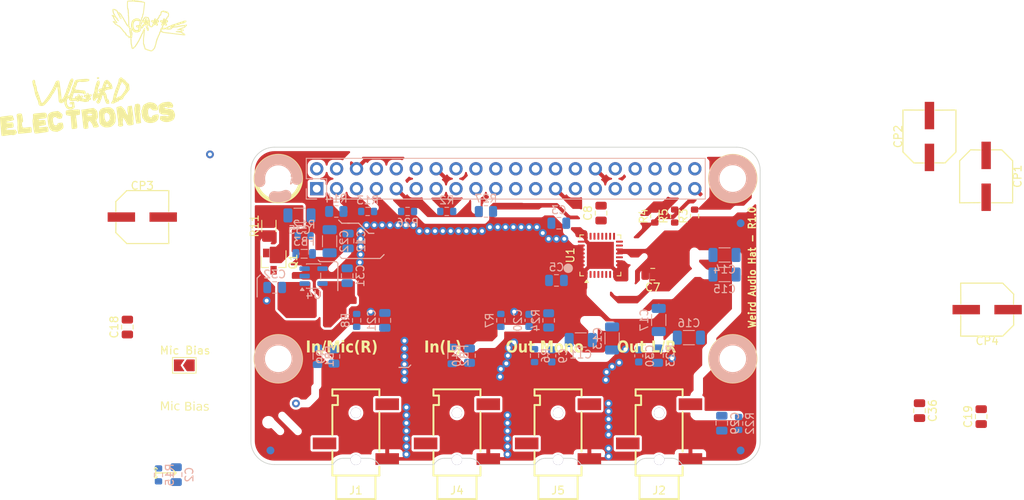
<source format=kicad_pcb>
(kicad_pcb (version 20241229) (generator "pcbnew") (generator_version "9.0")
  (layers (0 "F.Cu" power) (4 "In1.Cu" signal) (6 "In2.Cu" signal) (2 "B.Cu" signal) (13 "F.Paste" user) (15 "B.Paste" user) (5 "F.SilkS" user "F.Silkscreen") (7 "B.SilkS" user "B.Silkscreen") (1 "F.Mask" user) (3 "B.Mask" user) (25 "Edge.Cuts" user))
  (net 0 "")
  (net 1 "/I2S_CLK")
  (net 2 "/I2S_LRCLK")
  (net 3 "/I2S_ADC")
  (net 4 "/I2S_DAC")
  (net 5 "+3.3V")
  (net 6 "+3.3VA")
  (net 7 "Net-(U1-VMID)")
  (net 8 "+VREGIN")
  (net 9 "GND")
  (net 10 "/MICBIAS")
  (net 11 "+5V")
  (net 12 "/I2C_SDA")
  (net 13 "/I2C_SCL")
  (net 14 "/HP_R")
  (net 15 "/HP_L")
  (net 16 "/OUT_MONO")
  (net 17 "/LINE_INPUT_L")
  (net 18 "/LINE_INPUT_R")
  (net 19 "Net-(C22-Pad1)")
  (net 20 "Net-(Q1-B)")
  (net 21 "Net-(U4-SENSE{slash}ADJ)")
  (net 41 "/CLK")
  (net 42 "Net-(U1-BCLK)")
  (net 43 "Net-(U1-DACAT)")
  (net 44 "Net-(U1-ADCLRC{slash}GPIO1)")
  (net 45 "Net-(U1-ADCDAT)")
  (net 51 "Net-(J3-BCM4{slash}GPCLK0)")
  (net 55 "Net-(C18-Pad1)")
  (net 56 "Net-(C19-Pad1)")
  (net 57 "Net-(FB1-Pad2)")
  (net 58 "Net-(JP1-A)")
  (net 59 "Net-(FB2-Pad2)")
  (net 60 "Net-(JP1-B)")
  (net 61 "/P3V3_HAT")
  (net 62 "Net-(FB2-Pad1)")
  (net 65 "Net-(U1-DBVDD)")
  (net 66 "Net-(U1-SPKVDD1)")
  (net 67 "/OUT_MONO_AC")
  (net 68 "/HP_L_AC")
  (net 69 "/HP_R_AC")
  (footprint "Resistor_SMD:R_0603_1608Metric" (layer "F.Cu") (at 135.128 69.088 90)
    (property "Reference" "R3" (at 0 -1.43 90) (layer "F.SilkS"))
    (property "Value" "270")
    (pad "1" smd roundrect (at -0.825 0 90) (size 0.8 0.95) (layers "F.Cu" "F.Mask" "F.Paste") (net 43 "Net-(U1-DACAT)"))
    (pad "2" smd roundrect (at 0.825 0 90) (size 0.8 0.95) (layers "F.Cu" "F.Mask" "F.Paste") (net 4 "/I2S_DAC"))
  )
  (footprint "Resistor_SMD:R_0603_1608Metric" (layer "F.Cu") (at 130.048 69.088 90)
    (property "Reference" "R4" (at 0 -1.43 90) (layer "F.SilkS"))
    (property "Value" "270")
    (pad "1" smd roundrect (at -0.825 0 90) (size 0.8 0.95) (layers "F.Cu" "F.Mask" "F.Paste") (net 44 "Net-(U1-ADCLRC{slash}GPIO1)"))
    (pad "2" smd roundrect (at 0.825 0 90) (size 0.8 0.95) (layers "F.Cu" "F.Mask" "F.Paste") (net 2 "/I2S_LRCLK"))
  )
  (footprint "Resistor_SMD:R_0603_1608Metric" (layer "F.Cu") (at 132.588 69.088 90)
    (property "Reference" "R5" (at 0 -1.43 90) (layer "F.SilkS"))
    (property "Value" "270")
    (pad "1" smd roundrect (at -0.825 0 90) (size 0.8 0.95) (layers "F.Cu" "F.Mask" "F.Paste") (net 45 "Net-(U1-ADCDAT)"))
    (pad "2" smd roundrect (at 0.825 0 90) (size 0.8 0.95) (layers "F.Cu" "F.Mask" "F.Paste") (net 3 "/I2S_ADC"))
  )
  (footprint "Capacitor_SMD:C_0805_2012Metric" (layer "F.Cu") (at 129.7875 76.5 180)
    (property "Reference" "C7" (at 0 -1.68 180) (layer "F.SilkS"))
    (property "Value" "390p")
    (pad "1" smd roundrect (at -0.95 0 180) (size 1 1.45) (layers "F.Cu" "F.Mask" "F.Paste") (net 9 "GND"))
    (pad "2" smd roundrect (at 0.95 0 180) (size 1 1.45) (layers "F.Cu" "F.Mask" "F.Paste") (net 7 "Net-(U1-VMID)"))
  )
  (footprint "Package_DFN_QFN:QFN-32-1EP_5x5mm_P0.5mm_EP3.45x3.45mm" (layer "F.Cu") (at 123.1 74.1 90)
    (property "Reference" "U1" (at 0 -3.83 90) (layer "F.SilkS"))
    (property "Value" "WM8960")
    (pad "1" smd roundrect (at -2.4375 -1.75 90) (size 0.875 0.25) (layers "F.Cu" "F.Mask" "F.Paste") (net 10 "/MICBIAS"))
    (pad "2" smd roundrect (at -2.4375 -1.25 90) (size 0.875 0.25) (layers "F.Cu" "F.Mask" "F.Paste") (net 17 "/LINE_INPUT_L"))
    (pad "3" smd roundrect (at -2.4375 -0.75 90) (size 0.875 0.25) (layers "F.Cu" "F.Mask" "F.Paste"))
    (pad "4" smd roundrect (at -2.4375 -0.25 90) (size 0.875 0.25) (layers "F.Cu" "F.Mask" "F.Paste"))
    (pad "5" smd roundrect (at -2.4375 0.25 90) (size 0.875 0.25) (layers "F.Cu" "F.Mask" "F.Paste"))
    (pad "6" smd roundrect (at -2.4375 0.75 90) (size 0.875 0.25) (layers "F.Cu" "F.Mask" "F.Paste"))
    (pad "7" smd roundrect (at -2.4375 1.25 90) (size 0.875 0.25) (layers "F.Cu" "F.Mask" "F.Paste") (net 18 "/LINE_INPUT_R"))
    (pad "8" smd roundrect (at -2.4375 1.75 90) (size 0.875 0.25) (layers "F.Cu" "F.Mask" "F.Paste") (net 65 "Net-(U1-DBVDD)"))
    (pad "9" smd roundrect (at -1.75 2.4375 90) (size 0.25 0.875) (layers "F.Cu" "F.Mask" "F.Paste") (net 9 "GND"))
    (pad "10" smd roundrect (at -1.25 2.4375 90) (size 0.25 0.875) (layers "F.Cu" "F.Mask" "F.Paste") (net 65 "Net-(U1-DBVDD)"))
    (pad "11" smd roundrect (at -0.75 2.4375 90) (size 0.25 0.875) (layers "F.Cu" "F.Mask" "F.Paste") (net 41 "/CLK"))
    (pad "12" smd roundrect (at -0.25 2.4375 90) (size 0.25 0.875) (layers "F.Cu" "F.Mask" "F.Paste") (net 42 "Net-(U1-BCLK)"))
    (pad "13" smd roundrect (at 0.25 2.4375 90) (size 0.25 0.875) (layers "F.Cu" "F.Mask" "F.Paste") (net 44 "Net-(U1-ADCLRC{slash}GPIO1)"))
    (pad "14" smd roundrect (at 0.75 2.4375 90) (size 0.25 0.875) (layers "F.Cu" "F.Mask" "F.Paste") (net 43 "Net-(U1-DACAT)"))
    (pad "15" smd roundrect (at 1.25 2.4375 90) (size 0.25 0.875) (layers "F.Cu" "F.Mask" "F.Paste") (net 44 "Net-(U1-ADCLRC{slash}GPIO1)"))
    (pad "16" smd roundrect (at 1.75 2.4375 90) (size 0.25 0.875) (layers "F.Cu" "F.Mask" "F.Paste") (net 45 "Net-(U1-ADCDAT)"))
    (pad "17" smd roundrect (at 2.4375 1.75 90) (size 0.875 0.25) (layers "F.Cu" "F.Mask" "F.Paste") (net 13 "/I2C_SCL"))
    (pad "18" smd roundrect (at 2.4375 1.25 90) (size 0.875 0.25) (layers "F.Cu" "F.Mask" "F.Paste") (net 12 "/I2C_SDA"))
    (pad "19" smd roundrect (at 2.4375 0.75 90) (size 0.875 0.25) (layers "F.Cu" "F.Mask" "F.Paste"))
    (pad "20" smd roundrect (at 2.4375 0.25 90) (size 0.875 0.25) (layers "F.Cu" "F.Mask" "F.Paste") (net 9 "GND"))
    (pad "21" smd roundrect (at 2.4375 -0.25 90) (size 0.875 0.25) (layers "F.Cu" "F.Mask" "F.Paste") (net 66 "Net-(U1-SPKVDD1)"))
    (pad "22" smd roundrect (at 2.4375 -0.75 90) (size 0.875 0.25) (layers "F.Cu" "F.Mask" "F.Paste"))
    (pad "23" smd roundrect (at 2.4375 -1.25 90) (size 0.875 0.25) (layers "F.Cu" "F.Mask" "F.Paste"))
    (pad "24" smd roundrect (at 2.4375 -1.75 90) (size 0.875 0.25) (layers "F.Cu" "F.Mask" "F.Paste") (net 9 "GND"))
    (pad "25" smd roundrect (at 1.75 -2.4375 90) (size 0.25 0.875) (layers "F.Cu" "F.Mask" "F.Paste"))
    (pad "26" smd roundrect (at 1.25 -2.4375 90) (size 0.25 0.875) (layers "F.Cu" "F.Mask" "F.Paste") (net 66 "Net-(U1-SPKVDD1)"))
    (pad "27" smd roundrect (at 0.75 -2.4375 90) (size 0.25 0.875) (layers "F.Cu" "F.Mask" "F.Paste") (net 7 "Net-(U1-VMID)"))
    (pad "28" smd roundrect (at 0.25 -2.4375 90) (size 0.25 0.875) (layers "F.Cu" "F.Mask" "F.Paste") (net 9 "GND"))
    (pad "29" smd roundrect (at -0.25 -2.4375 90) (size 0.25 0.875) (layers "F.Cu" "F.Mask" "F.Paste") (net 15 "/HP_L"))
    (pad "30" smd roundrect (at -0.75 -2.4375 90) (size 0.25 0.875) (layers "F.Cu" "F.Mask" "F.Paste") (net 16 "/OUT_MONO"))
    (pad "31" smd roundrect (at -1.25 -2.4375 90) (size 0.25 0.875) (layers "F.Cu" "F.Mask" "F.Paste") (net 14 "/HP_R"))
    (pad "32" smd roundrect (at -1.75 -2.4375 90) (size 0.25 0.875) (layers "F.Cu" "F.Mask" "F.Paste") (net 6 "+3.3VA"))
    (pad "33" smd rect (at 0 0 90) (size 3.45 3.45) (property pad_prop_heatsink) (layers "F.Cu" "F.Mask") (net 9 "GND"))
  )
  (footprint "Capacitor_SMD:C_0805_2012Metric" (layer "F.Cu") (at 123.19 68.707 90)
    (property "Reference" "C8" (at 0 -1.68 90) (layer "F.SilkS"))
    (property "Value" "4.7u")
    (pad "1" smd roundrect (at -0.95 0 90) (size 1 1.45) (layers "F.Cu" "F.Mask" "F.Paste") (net 66 "Net-(U1-SPKVDD1)"))
    (pad "2" smd roundrect (at 0.95 0 90) (size 1 1.45) (layers "F.Cu" "F.Mask" "F.Paste") (net 9 "GND"))
  )
  (footprint "libs:AUDIO-SMD_PJ-320B" (layer "F.Cu") (at 130.6 96.6 180)
    (property "Reference" "J2" (at 0 -7.5 180) (layer "F.SilkS"))
    (property "Value" "AudioJack3")
    (pad "" thru_hole circle (at 0 -3.6 180) (size 1.3 1.3) (drill 1.3) (layers "*.Cu" "*.Mask"))
    (pad "" thru_hole circle (at 0 2.4 180) (size 1.3 1.3) (drill 1.3) (layers "*.Cu" "*.Mask"))
    (pad "R" smd rect (at 4 -1.5 180) (size 3 1.5) (layers "F.Cu" "F.Mask" "F.Paste") (net 67 "/OUT_MONO_AC"))
    (pad "S" smd rect (at -4 -3.5 180) (size 3 1.5) (layers "F.Cu" "F.Mask" "F.Paste") (net 9 "GND"))
    (pad "T" smd rect (at -4 3.5 180) (size 3 1.5) (layers "F.Cu" "F.Mask" "F.Paste") (net 67 "/OUT_MONO_AC"))
  )
  (footprint "libs:AUDIO-SMD_PJ-320B" (layer "F.Cu") (at 91.9 96.6 180)
    (property "Reference" "J1" (at 0 -7.5 180) (layer "F.SilkS"))
    (property "Value" "AudioJack3")
    (pad "" thru_hole circle (at 0 -3.6 180) (size 1.3 1.3) (drill 1.3) (layers "*.Cu" "*.Mask"))
    (pad "" thru_hole circle (at 0 2.4 180) (size 1.3 1.3) (drill 1.3) (layers "*.Cu" "*.Mask"))
    (pad "R" smd rect (at 4 -1.5 180) (size 3 1.5) (layers "F.Cu" "F.Mask" "F.Paste") (net 58 "Net-(JP1-A)"))
    (pad "S" smd rect (at -4 -3.5 180) (size 3 1.5) (layers "F.Cu" "F.Mask" "F.Paste") (net 9 "GND"))
    (pad "T" smd rect (at -4 3.5 180) (size 3 1.5) (layers "F.Cu" "F.Mask" "F.Paste") (net 58 "Net-(JP1-A)"))
  )
  (footprint "Resistor_SMD:R_1206_3216Metric" (layer "F.Cu") (at 80.8 70.35 90)
    (property "Reference" "R11" (at 0 -1.83 90) (layer "F.SilkS"))
    (property "Value" "10 1206")
    (pad "1" smd roundrect (at -1.4625 0 90) (size 1.125 1.75) (layers "F.Cu" "F.Mask" "F.Paste") (roundrect_rratio 0.222222) (net 8 "+VREGIN"))
    (pad "2" smd roundrect (at 1.4625 0 90) (size 1.125 1.75) (layers "F.Cu" "F.Mask" "F.Paste") (roundrect_rratio 0.222222) (net 11 "+5V"))
  )
  (footprint "ArduinoModules:MountingHole_3.2mm_M3_Keepout" (layer "F.Cu") (at 82 87.3)
    (property "Reference" "H5" (hide yes))
    (property "Value" "3mm_Mounting_Hole" (hide yes))
    (pad "" np_thru_hole circle (at 0 0) (size 3.2 3.2) (drill 3.2) (layers "*.Cu" "*.Mask") (clearance 1.1))
  )
  (footprint "project_footprints:weird_logo_3" (layer "F.Cu") (at 65.532 44.831)
    (property "Reference" "G***" (at 0 0 0) (layer "F.SilkS") (effects (font (size 1.5 1.5) (thickness 0.3))))
    (property "Value" "LOGO" (hide yes))
  )
  (footprint "ArduinoModules:MountingHole_3.2mm_M3_Keepout" (layer "F.Cu") (at 82 64.3)
    (property "Reference" "H1" (hide yes))
    (property "Value" "3mm_Mounting_Hole" (hide yes))
    (pad "" np_thru_hole circle (at 0 0) (size 3.2 3.2) (drill 3.2) (layers "*.Cu" "*.Mask") (clearance 1.1))
  )
  (footprint "ArduinoModules:SolderJumper-2_P1.3mm_Open_TrianglePad1.0x1.5mm" (layer "F.Cu") (at 70.104 88.138 180)
    (property "Reference" "JP1")
    (property "Value" "Mic Bias" (at 0 1.9 180) (layer "F.SilkS"))
    (pad "1" smd custom (at -0.925 0 180) (size 0.3 0.3) (layers "F.Cu" "F.Mask") (net 58 "Net-(JP1-A)") (clearance 0.24) (options (clearance outline) (anchor rect)) (primitives (gr_poly (pts (xy -0.3 -0.75) (xy 0.7 -0.75) (xy 1.2 0) (xy 0.7 0.75) (xy -0.3 0.75)) (width 0) (fill yes))))
    (pad "2" smd custom (at 1.225 0 180) (size 0.3 0.3) (layers "F.Cu" "F.Mask") (net 60 "Net-(JP1-B)") (clearance 0.24) (options (clearance outline) (anchor rect)) (primitives (gr_poly (pts (xy -1.15 -0.75) (xy 0.2 -0.75) (xy 0.2 0.75) (xy -1.15 0.75) (xy -0.65 0)) (width 0) (fill yes))))
  )
  (footprint "libs:CAP-SMD_BD6.3-L6.6-W6.6-FD" (layer "F.Cu") (at 172.466 81.026 180)
    (property "Reference" "CP4" (at 0 -4 180) (layer "F.SilkS"))
    (property "Value" "220uF 16V")
    (pad "1" smd rect (at -2.67 0 180) (size 3.5 1.2) (layers "F.Cu" "F.Mask" "F.Paste") (net 16 "/OUT_MONO"))
    (pad "2" smd rect (at 2.67 0 180) (size 3.5 1.2) (layers "F.Cu" "F.Mask" "F.Paste") (net 67 "/OUT_MONO_AC"))
  )
  (footprint "libs:AUDIO-SMD_PJ-320B" (layer "F.Cu") (at 117.7 96.6 180)
    (property "Reference" "J5" (at 0 -7.5 180) (layer "F.SilkS"))
    (property "Value" "AudioJack3")
    (pad "" thru_hole circle (at 0 -3.6 180) (size 1.3 1.3) (drill 1.3) (layers "*.Cu" "*.Mask"))
    (pad "" thru_hole circle (at 0 2.4 180) (size 1.3 1.3) (drill 1.3) (layers "*.Cu" "*.Mask"))
    (pad "R" smd rect (at 4 -1.5 180) (size 3 1.5) (layers "F.Cu" "F.Mask" "F.Paste") (net 62 "Net-(FB2-Pad1)"))
    (pad "S" smd rect (at -4 -3.5 180) (size 3 1.5) (layers "F.Cu" "F.Mask" "F.Paste") (net 9 "GND"))
    (pad "T" smd rect (at -4 3.5 180) (size 3 1.5) (layers "F.Cu" "F.Mask" "F.Paste") (net 62 "Net-(FB2-Pad1)"))
  )
  (footprint "Capacitor_SMD:C_0805_2012Metric" (layer "F.Cu") (at 171.704 94.681 90)
    (property "Reference" "C19" (at 0 -1.68 90) (layer "F.SilkS"))
    (property "Value" "1uF X7R")
    (pad "1" smd roundrect (at -0.95 0 90) (size 1 1.45) (layers "F.Cu" "F.Mask" "F.Paste") (net 56 "Net-(C19-Pad1)"))
    (pad "2" smd roundrect (at 0.95 0 90) (size 1 1.45) (layers "F.Cu" "F.Mask" "F.Paste") (net 17 "/LINE_INPUT_L"))
  )
  (footprint "libs:CAP-SMD_BD6.3-L6.6-W6.6-FD" (layer "F.Cu") (at 165.1 58.931 90)
    (property "Reference" "CP2" (at 0 -4 90) (layer "F.SilkS"))
    (property "Value" "220uF 16V")
    (pad "1" smd rect (at -2.67 0 90) (size 3.5 1.2) (layers "F.Cu" "F.Mask" "F.Paste") (net 15 "/HP_L"))
    (pad "2" smd rect (at 2.67 0 90) (size 3.5 1.2) (layers "F.Cu" "F.Mask" "F.Paste") (net 68 "/HP_L_AC"))
  )
  (footprint "Capacitor_SMD:C_0805_2012Metric" (layer "F.Cu") (at 163.83 93.919 -90)
    (property "Reference" "C36" (at 0 -1.68 270) (layer "F.SilkS"))
    (property "Value" "1uF X7R")
    (pad "1" smd roundrect (at -0.95 0 270) (size 1 1.45) (layers "F.Cu" "F.Mask" "F.Paste") (net 7 "Net-(U1-VMID)"))
    (pad "2" smd roundrect (at 0.95 0 270) (size 1 1.45) (layers "F.Cu" "F.Mask" "F.Paste") (net 9 "GND"))
  )
  (footprint "libs:CAP-SMD_BD6.3-L6.6-W6.6-FD" (layer "F.Cu") (at 172.335 64.015 -90)
    (property "Reference" "CP1" (at 0 -4 270) (layer "F.SilkS"))
    (property "Value" "220uF 16V")
    (pad "1" smd rect (at -2.67 0 270) (size 3.5 1.2) (layers "F.Cu" "F.Mask" "F.Paste") (net 14 "/HP_R"))
    (pad "2" smd rect (at 2.67 0 270) (size 3.5 1.2) (layers "F.Cu" "F.Mask" "F.Paste") (net 69 "/HP_R_AC"))
  )
  (footprint "ArduinoModules:MountingHole_3.2mm_M3_Keepout" (layer "F.Cu") (at 140 87.3)
    (property "Reference" "H6" (hide yes))
    (property "Value" "3mm_Mounting_Hole" (hide yes))
    (pad "" np_thru_hole circle (at 0 0) (size 3.2 3.2) (drill 3.2) (layers "*.Cu" "*.Mask") (clearance 1.1))
  )
  (footprint "ArduinoModules:MountingHole_3.2mm_M3_Keepout" (layer "F.Cu") (at 140 64.3)
    (property "Reference" "H2" (hide yes))
    (property "Value" "3mm_Mounting_Hole" (hide yes))
    (pad "" np_thru_hole circle (at 0 0) (size 3.2 3.2) (drill 3.2) (layers "*.Cu" "*.Mask") (clearance 1.1))
  )
  (footprint "Capacitor_SMD:C_0805_2012Metric" (layer "F.Cu") (at 62.738 83.251 90)
    (property "Reference" "C18" (at 0 -1.68 90) (layer "F.SilkS"))
    (property "Value" "1uF X7R")
    (pad "1" smd roundrect (at -0.95 0 90) (size 1 1.45) (layers "F.Cu" "F.Mask" "F.Paste") (net 55 "Net-(C18-Pad1)"))
    (pad "2" smd roundrect (at 0.95 0 90) (size 1 1.45) (layers "F.Cu" "F.Mask" "F.Paste") (net 18 "/LINE_INPUT_R"))
  )
  (footprint "libs:AUDIO-SMD_PJ-320B" (layer "F.Cu") (at 104.8 96.6 180)
    (property "Reference" "J4" (at 0 -7.5 180) (layer "F.SilkS"))
    (property "Value" "AudioJack3")
    (pad "" thru_hole circle (at 0 -3.6 180) (size 1.3 1.3) (drill 1.3) (layers "*.Cu" "*.Mask"))
    (pad "" thru_hole circle (at 0 2.4 180) (size 1.3 1.3) (drill 1.3) (layers "*.Cu" "*.Mask"))
    (pad "R" smd rect (at 4 -1.5 180) (size 3 1.5) (layers "F.Cu" "F.Mask" "F.Paste") (net 69 "/HP_R_AC"))
    (pad "S" smd rect (at -4 -3.5 180) (size 3 1.5) (layers "F.Cu" "F.Mask" "F.Paste") (net 9 "GND"))
    (pad "T" smd rect (at -4 3.5 180) (size 3 1.5) (layers "F.Cu" "F.Mask" "F.Paste") (net 68 "/HP_L_AC"))
  )
  (footprint "libs:CAP-SMD_BD6.3-L6.6-W6.6-FD" (layer "F.Cu") (at 64.643 69.215)
    (property "Reference" "CP3" (at 0 -4 0) (layer "F.SilkS"))
    (property "Value" "220uF 16V")
    (pad "1" smd rect (at -2.67 0) (size 3.5 1.2) (layers "F.Cu" "F.Mask" "F.Paste") (net 8 "+VREGIN"))
    (pad "2" smd rect (at 2.67 0) (size 3.5 1.2) (layers "F.Cu" "F.Mask" "F.Paste") (net 9 "GND"))
  )
  (footprint "ArduinoModules:SOT-23_Mefores_Pads" (layer "F.Cu") (at 81.4 74.9 -90)
    (property "Reference" "Q1" (at 0 -2.5 270) (layer "F.SilkS"))
    (property "Value" "BC817")
    (pad "1" smd rect (at -1.1 -0.95 270) (size 1.1 0.8) (layers "F.Cu" "F.Mask" "F.Paste") (net 20 "Net-(Q1-B)"))
    (pad "2" smd rect (at -1.1 0.95 270) (size 1.1 0.8) (layers "F.Cu" "F.Mask" "F.Paste") (net 8 "+VREGIN"))
    (pad "3" smd rect (at 1.1 0 270) (size 1.1 0.8) (layers "F.Cu" "F.Mask" "F.Paste") (net 11 "+5V"))
  )
  (footprint "project_footprints:weirdText2" (layer "F.Cu") (at 57.029187 54.434994 8)
    (property "Reference" "G***" (at 0 0 8) (layer "F.SilkS") (effects (font (size 1.5 1.5) (thickness 0.3))))
    (property "Value" "LOGO" (hide yes))
  )
  (footprint "Connector_PinSocket_2.54mm:PinSocket_2x20_P2.54mm_Vertical" (layer "B.Cu") (at 86.9 65.59 -90)
    (property "Reference" "J3" (at -1.27 2.77 90) (layer "B.SilkS") (effects (justify mirror)))
    (property "Value" "2x20 Pins")
    (pad "1" thru_hole rect (at 0 0 270) (size 1.7 1.7) (drill 1) (layers "*.Cu" "*.Mask") (net 61 "/P3V3_HAT"))
    (pad "2" thru_hole circle (at -2.54 0 270) (size 1.7 1.7) (drill 1) (layers "*.Cu" "*.Mask") (net 11 "+5V"))
    (pad "3" thru_hole circle (at 0 -2.54 270) (size 1.7 1.7) (drill 1) (layers "*.Cu" "*.Mask") (net 12 "/I2C_SDA"))
    (pad "4" thru_hole circle (at -2.54 -2.54 270) (size 1.7 1.7) (drill 1) (layers "*.Cu" "*.Mask") (net 11 "+5V"))
    (pad "5" thru_hole circle (at 0 -5.08 270) (size 1.7 1.7) (drill 1) (layers "*.Cu" "*.Mask") (net 13 "/I2C_SCL"))
    (pad "6" thru_hole circle (at -2.54 -5.08 270) (size 1.7 1.7) (drill 1) (layers "*.Cu" "*.Mask") (net 9 "GND"))
    (pad "7" thru_hole circle (at 0 -7.62 270) (size 1.7 1.7) (drill 1) (layers "*.Cu" "*.Mask") (net 51 "Net-(J3-BCM4{slash}GPCLK0)"))
    (pad "8" thru_hole circle (at -2.54 -7.62 270) (size 1.7 1.7) (drill 1) (layers "*.Cu" "*.Mask"))
    (pad "9" thru_hole circle (at 0 -10.16 270) (size 1.7 1.7) (drill 1) (layers "*.Cu" "*.Mask") (net 9 "GND"))
    (pad "10" thru_hole circle (at -2.54 -10.16 270) (size 1.7 1.7) (drill 1) (layers "*.Cu" "*.Mask"))
    (pad "11" thru_hole circle (at 0 -12.7 270) (size 1.7 1.7) (drill 1) (layers "*.Cu" "*.Mask"))
    (pad "12" thru_hole circle (at -2.54 -12.7 270) (size 1.7 1.7) (drill 1) (layers "*.Cu" "*.Mask") (net 1 "/I2S_CLK"))
    (pad "13" thru_hole circle (at 0 -15.24 270) (size 1.7 1.7) (drill 1) (layers "*.Cu" "*.Mask"))
    (pad "14" thru_hole circle (at -2.54 -15.24 270) (size 1.7 1.7) (drill 1) (layers "*.Cu" "*.Mask") (net 9 "GND"))
    (pad "15" thru_hole circle (at 0 -17.78 270) (size 1.7 1.7) (drill 1) (layers "*.Cu" "*.Mask"))
    (pad "16" thru_hole circle (at -2.54 -17.78 270) (size 1.7 1.7) (drill 1) (layers "*.Cu" "*.Mask"))
    (pad "17" thru_hole circle (at 0 -20.32 270) (size 1.7 1.7) (drill 1) (layers "*.Cu" "*.Mask") (net 5 "+3.3V"))
    (pad "18" thru_hole circle (at -2.54 -20.32 270) (size 1.7 1.7) (drill 1) (layers "*.Cu" "*.Mask"))
    (pad "19" thru_hole circle (at 0 -22.86 270) (size 1.7 1.7) (drill 1) (layers "*.Cu" "*.Mask"))
    (pad "20" thru_hole circle (at -2.54 -22.86 270) (size 1.7 1.7) (drill 1) (layers "*.Cu" "*.Mask") (net 9 "GND"))
    (pad "21" thru_hole circle (at 0 -25.4 270) (size 1.7 1.7) (drill 1) (layers "*.Cu" "*.Mask"))
    (pad "22" thru_hole circle (at -2.54 -25.4 270) (size 1.7 1.7) (drill 1) (layers "*.Cu" "*.Mask"))
    (pad "23" thru_hole circle (at 0 -27.94 270) (size 1.7 1.7) (drill 1) (layers "*.Cu" "*.Mask"))
    (pad "24" thru_hole circle (at -2.54 -27.94 270) (size 1.7 1.7) (drill 1) (layers "*.Cu" "*.Mask"))
    (pad "25" thru_hole circle (at 0 -30.48 270) (size 1.7 1.7) (drill 1) (layers "*.Cu" "*.Mask") (net 9 "GND"))
    (pad "26" thru_hole circle (at -2.54 -30.48 270) (size 1.7 1.7) (drill 1) (layers "*.Cu" "*.Mask"))
    (pad "27" thru_hole circle (at 0 -33.02 270) (size 1.7 1.7) (drill 1) (layers "*.Cu" "*.Mask"))
    (pad "28" thru_hole circle (at -2.54 -33.02 270) (size 1.7 1.7) (drill 1) (layers "*.Cu" "*.Mask"))
    (pad "29" thru_hole circle (at 0 -35.56 270) (size 1.7 1.7) (drill 1) (layers "*.Cu" "*.Mask"))
    (pad "30" thru_hole circle (at -2.54 -35.56 270) (size 1.7 1.7) (drill 1) (layers "*.Cu" "*.Mask") (net 9 "GND"))
    (pad "31" thru_hole circle (at 0 -38.1 270) (size 1.7 1.7) (drill 1) (layers "*.Cu" "*.Mask"))
    (pad "32" thru_hole circle (at -2.54 -38.1 270) (size 1.7 1.7) (drill 1) (layers "*.Cu" "*.Mask"))
    (pad "33" thru_hole circle (at 0 -40.64 270) (size 1.7 1.7) (drill 1) (layers "*.Cu" "*.Mask"))
    (pad "34" thru_hole circle (at -2.54 -40.64 270) (size 1.7 1.7) (drill 1) (layers "*.Cu" "*.Mask") (net 9 "GND"))
    (pad "35" thru_hole circle (at 0 -43.18 270) (size 1.7 1.7) (drill 1) (layers "*.Cu" "*.Mask") (net 2 "/I2S_LRCLK"))
    (pad "36" thru_hole circle (at -2.54 -43.18 270) (size 1.7 1.7) (drill 1) (layers "*.Cu" "*.Mask"))
    (pad "37" thru_hole circle (at 0 -45.72 270) (size 1.7 1.7) (drill 1) (layers "*.Cu" "*.Mask"))
    (pad "38" thru_hole circle (at -2.54 -45.72 270) (size 1.7 1.7) (drill 1) (layers "*.Cu" "*.Mask") (net 3 "/I2S_ADC"))
    (pad "39" thru_hole circle (at 0 -48.26 270) (size 1.7 1.7) (drill 1) (layers "*.Cu" "*.Mask") (net 9 "GND"))
    (pad "40" thru_hole circle (at -2.54 -48.26 270) (size 1.7 1.7) (drill 1) (layers "*.Cu" "*.Mask") (net 4 "/I2S_DAC"))
  )
  (footprint "Resistor_SMD:R_0603_1608Metric" (layer "B.Cu") (at 103.5 68.5 180)
    (property "Reference" "R2" (at 0 1.43 0) (layer "B.SilkS") (effects (justify mirror)))
    (property "Value" "270")
    (pad "1" smd roundrect (at -0.825 0 180) (size 0.8 0.95) (layers "B.Cu" "B.Mask" "B.Paste") (net 42 "Net-(U1-BCLK)"))
    (pad "2" smd roundrect (at 0.825 0 180) (size 0.8 0.95) (layers "B.Cu" "B.Mask" "B.Paste") (net 1 "/I2S_CLK"))
  )
  (footprint "Capacitor_SMD:C_0805_2012Metric" (layer "B.Cu") (at 68.961 102.0865 90)
    (property "Reference" "C2" (at 0 1.68 270) (layer "B.SilkS") (effects (justify mirror)))
    (property "Value" "4.7u")
    (pad "1" smd roundrect (at -0.95 0 90) (size 1 1.45) (layers "B.Cu" "B.Mask" "B.Paste") (net 10 "/MICBIAS"))
    (pad "2" smd roundrect (at 0.95 0 90) (size 1 1.45) (layers "B.Cu" "B.Mask" "B.Paste") (net 9 "GND"))
  )
  (footprint "Capacitor_SMD:C_0805_2012Metric" (layer "B.Cu") (at 117.8 70 180)
    (property "Reference" "C3" (at 0 1.68 0) (layer "B.SilkS") (effects (justify mirror)))
    (property "Value" "100n")
    (pad "1" smd roundrect (at -0.95 0 180) (size 1 1.45) (layers "B.Cu" "B.Mask" "B.Paste") (net 65 "Net-(U1-DBVDD)"))
    (pad "2" smd roundrect (at 0.95 0 180) (size 1 1.45) (layers "B.Cu" "B.Mask" "B.Paste") (net 9 "GND"))
  )
  (footprint "Capacitor_SMD:C_0805_2012Metric" (layer "B.Cu") (at 117.5 77.3 180)
    (property "Reference" "C5" (at 0 1.68 0) (layer "B.SilkS") (effects (justify mirror)))
    (property "Value" "100n")
    (pad "1" smd roundrect (at -0.95 0 180) (size 1 1.45) (layers "B.Cu" "B.Mask" "B.Paste") (net 6 "+3.3VA"))
    (pad "2" smd roundrect (at 0.95 0 180) (size 1 1.45) (layers "B.Cu" "B.Mask" "B.Paste") (net 9 "GND"))
  )
  (footprint "Capacitor_SMD:C_0805_2012Metric" (layer "B.Cu") (at 90.9 72.2625 90)
    (property "Reference" "C12" (at 0 1.68 270) (layer "B.SilkS") (effects (justify mirror)))
    (property "Value" "22n")
    (pad "1" smd roundrect (at -0.95 0 90) (size 1 1.45) (layers "B.Cu" "B.Mask" "B.Paste") (net 21 "Net-(U4-SENSE{slash}ADJ)"))
    (pad "2" smd roundrect (at 0.95 0 90) (size 1 1.45) (layers "B.Cu" "B.Mask" "B.Paste") (net 9 "GND"))
  )
  (footprint "Capacitor_SMD:C_0805_2012Metric" (layer "B.Cu") (at 81.5375 78.2 180)
    (property "Reference" "C32" (at 0 1.68 0) (layer "B.SilkS") (effects (justify mirror)))
    (property "Value" "4.7u")
    (pad "1" smd roundrect (at -0.95 0 180) (size 1 1.45) (layers "B.Cu" "B.Mask" "B.Paste") (net 8 "+VREGIN"))
    (pad "2" smd roundrect (at 0.95 0 180) (size 1 1.45) (layers "B.Cu" "B.Mask" "B.Paste") (net 9 "GND"))
  )
  (footprint "Capacitor_SMD:C_1206_3216Metric" (layer "B.Cu") (at 124.6 84.7 -90)
    (property "Reference" "C13" (at 0 1.85 90) (layer "B.SilkS") (effects (justify mirror)))
    (property "Value" "47uF 35V 1206")
    (pad "1" smd roundrect (at -1.475 0 270) (size 1.15 1.8) (layers "B.Cu" "B.Mask" "B.Paste") (roundrect_rratio 0.217391) (net 16 "/OUT_MONO"))
    (pad "2" smd roundrect (at 1.475 0 270) (size 1.15 1.8) (layers "B.Cu" "B.Mask" "B.Paste") (roundrect_rratio 0.217391) (net 67 "/OUT_MONO_AC"))
  )
  (footprint "Capacitor_SMD:C_0805_2012Metric" (layer "B.Cu") (at 90.79 76.7 90)
    (property "Reference" "C31" (at 0 1.68 270) (layer "B.SilkS") (effects (justify mirror)))
    (property "Value" "4.7u")
    (pad "1" smd roundrect (at -0.95 0 90) (size 1 1.45) (layers "B.Cu" "B.Mask" "B.Paste") (net 6 "+3.3VA"))
    (pad "2" smd roundrect (at 0.95 0 90) (size 1 1.45) (layers "B.Cu" "B.Mask" "B.Paste") (net 9 "GND"))
  )
  (footprint "Resistor_SMD:R_0805_2012Metric" (layer "B.Cu") (at 116.5 82.4 -90)
    (property "Reference" "R24" (at 0 1.65 90) (layer "B.SilkS") (effects (justify mirror)))
    (property "Value" "100R")
    (pad "1" smd roundrect (at -0.9125 0 270) (size 1.025 1.4) (layers "B.Cu" "B.Mask" "B.Paste") (roundrect_rratio 0.243902) (net 6 "+3.3VA"))
    (pad "2" smd roundrect (at 0.9125 0 270) (size 1.025 1.4) (layers "B.Cu" "B.Mask" "B.Paste") (roundrect_rratio 0.243902) (net 66 "Net-(U1-SPKVDD1)"))
  )
  (footprint "Inductor_SMD:L_0805_2012Metric" (layer "B.Cu") (at 87 86.975 90)
    (property "Reference" "FB1" (at 0 1.55 270) (layer "B.SilkS") (effects (justify mirror)))
    (property "Value" "220-1k")
    (pad "1" smd roundrect (at -1.0625 0 90) (size 0.875 1.2) (layers "B.Cu" "B.Mask" "B.Paste") (net 58 "Net-(JP1-A)"))
    (pad "2" smd roundrect (at 1.0625 0 90) (size 0.875 1.2) (layers "B.Cu" "B.Mask" "B.Paste") (net 57 "Net-(FB1-Pad2)"))
  )
  (footprint "Capacitor_SMD:C_1206_3216Metric" (layer "B.Cu") (at 84.7 69)
    (property "Reference" "C35" (at 0 1.85 180) (layer "B.SilkS") (effects (justify mirror)))
    (property "Value" "10-47u 1206 >10V")
    (pad "1" smd roundrect (at -1.475 0) (size 1.15 1.8) (layers "B.Cu" "B.Mask" "B.Paste") (roundrect_rratio 0.217391) (net 11 "+5V"))
    (pad "2" smd roundrect (at 1.475 0) (size 1.15 1.8) (layers "B.Cu" "B.Mask" "B.Paste") (roundrect_rratio 0.217391) (net 9 "GND"))
  )
  (footprint "Capacitor_SMD:C_0805_2012Metric" (layer "B.Cu") (at 138.6 95.52 90)
    (property "Reference" "C29" (at 0 1.68 270) (layer "B.SilkS") (effects (justify mirror)))
    (property "Value" "390p")
    (pad "1" smd roundrect (at -0.95 0 90) (size 1 1.45) (layers "B.Cu" "B.Mask" "B.Paste") (net 9 "GND"))
    (pad "2" smd roundrect (at 0.95 0 90) (size 1 1.45) (layers "B.Cu" "B.Mask" "B.Paste") (net 68 "/HP_L_AC"))
  )
  (footprint "ArduinoModules:Fiducial_1mm_Mask2mm" (layer "B.Cu") (at 141 70 180)
    (property "Reference" "FM2" (hide yes))
    (property "Value" "Fiducial" (hide yes))
    (pad "" smd circle (at 0 0 180) (size 1 1) (layers "B.Cu" "B.Mask") (clearance 0.5))
  )
  (footprint "Resistor_SMD:R_0603_1608Metric" (layer "B.Cu") (at 93.4 68.5 180)
    (property "Reference" "R13" (at 0 1.43 0) (layer "B.SilkS") (effects (justify mirror)))
    (property "Value" "4.7K")
    (pad "1" smd roundrect (at -0.825 0 180) (size 0.8 0.95) (layers "B.Cu" "B.Mask" "B.Paste") (net 13 "/I2C_SCL"))
    (pad "2" smd roundrect (at 0.825 0 180) (size 0.8 0.95) (layers "B.Cu" "B.Mask" "B.Paste") (net 61 "/P3V3_HAT"))
  )
  (footprint "ArduinoModules:Fiducial_1mm_Mask2mm" (layer "B.Cu") (at 141 99 180)
    (property "Reference" "FM1" (hide yes))
    (property "Value" "Fiducial" (hide yes))
    (pad "" smd circle (at 0 0 180) (size 1 1) (layers "B.Cu" "B.Mask") (clearance 0.5))
  )
  (footprint "Resistor_SMD:R_0805_2012Metric" (layer "B.Cu") (at 89.1 87 -90)
    (property "Reference" "R9" (at 0 1.65 90) (layer "B.SilkS") (effects (justify mirror)))
    (property "Value" "100R")
    (pad "1" smd roundrect (at -0.9125 0 270) (size 1.025 1.4) (layers "B.Cu" "B.Mask" "B.Paste") (roundrect_rratio 0.243902) (net 55 "Net-(C18-Pad1)"))
    (pad "2" smd roundrect (at 0.9125 0 270) (size 1.025 1.4) (layers "B.Cu" "B.Mask" "B.Paste") (roundrect_rratio 0.243902) (net 57 "Net-(FB1-Pad2)"))
  )
  (footprint "Resistor_SMD:R_0603_1608Metric" (layer "B.Cu") (at 98.5 68.5)
    (property "Reference" "R26" (at 0 1.43 180) (layer "B.SilkS") (effects (justify mirror)))
    (property "Value" "270")
    (pad "1" smd roundrect (at -0.825 0) (size 0.8 0.95) (layers "B.Cu" "B.Mask" "B.Paste") (net 51 "Net-(J3-BCM4{slash}GPCLK0)"))
    (pad "2" smd roundrect (at 0.825 0) (size 0.8 0.95) (layers "B.Cu" "B.Mask" "B.Paste") (net 41 "/CLK"))
  )
  (footprint "Capacitor_SMD:C_0603_1608Metric" (layer "B.Cu") (at 128 86.93 90)
    (property "Reference" "C30" (at 0 1.43 270) (layer "B.SilkS") (effects (justify mirror)))
    (property "Value" "390p")
    (pad "1" smd roundrect (at -0.775 0 90) (size 0.9 0.95) (layers "B.Cu" "B.Mask" "B.Paste") (net 9 "GND"))
    (pad "2" smd roundrect (at 0.775 0 90) (size 0.9 0.95) (layers "B.Cu" "B.Mask" "B.Paste") (net 69 "/HP_R_AC"))
  )
  (footprint "Capacitor_SMD:C_0805_2012Metric" (layer "B.Cu") (at 95.6 82.4 -90)
    (property "Reference" "C21" (at 0 1.68 90) (layer "B.SilkS") (effects (justify mirror)))
    (property "Value" "390p")
    (pad "1" smd roundrect (at -0.95 0 270) (size 1 1.45) (layers "B.Cu" "B.Mask" "B.Paste") (net 9 "GND"))
    (pad "2" smd roundrect (at 0.95 0 270) (size 1 1.45) (layers "B.Cu" "B.Mask" "B.Paste") (net 55 "Net-(C18-Pad1)"))
  )
  (footprint "Capacitor_SMD:C_1206_3216Metric" (layer "B.Cu") (at 120.6 84.9)
    (property "Reference" "C11" (at 0 1.85 180) (layer "B.SilkS") (effects (justify mirror)))
    (property "Value" "47uF 35V 1206")
    (pad "1" smd roundrect (at -1.475 0) (size 1.15 1.8) (layers "B.Cu" "B.Mask" "B.Paste") (roundrect_rratio 0.217391) (net 67 "/OUT_MONO_AC"))
    (pad "2" smd roundrect (at 1.475 0) (size 1.15 1.8) (layers "B.Cu" "B.Mask" "B.Paste") (roundrect_rratio 0.217391) (net 16 "/OUT_MONO"))
  )
  (footprint "Inductor_SMD:L_0805_2012Metric" (layer "B.Cu") (at 104.2 86.875 90)
    (property "Reference" "FB2" (at 0 1.55 270) (layer "B.SilkS") (effects (justify mirror)))
    (property "Value" "220-1k")
    (pad "1" smd roundrect (at -1.0625 0 90) (size 0.875 1.2) (layers "B.Cu" "B.Mask" "B.Paste") (net 62 "Net-(FB2-Pad1)"))
    (pad "2" smd roundrect (at 1.0625 0 90) (size 0.875 1.2) (layers "B.Cu" "B.Mask" "B.Paste") (net 59 "Net-(FB2-Pad2)"))
  )
  (footprint "Capacitor_SMD:C_1206_3216Metric" (layer "B.Cu") (at 134.4 84.6 180)
    (property "Reference" "C16" (at 0 1.85 0) (layer "B.SilkS") (effects (justify mirror)))
    (property "Value" "47uF 35V 1206")
    (pad "1" smd roundrect (at -1.475 0 180) (size 1.15 1.8) (layers "B.Cu" "B.Mask" "B.Paste") (roundrect_rratio 0.217391) (net 14 "/HP_R"))
    (pad "2" smd roundrect (at 1.475 0 180) (size 1.15 1.8) (layers "B.Cu" "B.Mask" "B.Paste") (roundrect_rratio 0.217391) (net 69 "/HP_R_AC"))
  )
  (footprint "Resistor_SMD:R_0603_1608Metric" (layer "B.Cu") (at 110.4 82.4 -90)
    (property "Reference" "R7" (at 0 1.43 90) (layer "B.SilkS") (effects (justify mirror)))
    (property "Value" "100K")
    (pad "1" smd roundrect (at -0.825 0 270) (size 0.8 0.95) (layers "B.Cu" "B.Mask" "B.Paste") (net 9 "GND"))
    (pad "2" smd roundrect (at 0.825 0 270) (size 0.8 0.95) (layers "B.Cu" "B.Mask" "B.Paste") (net 56 "Net-(C19-Pad1)"))
  )
  (footprint "Resistor_SMD:R_0805_2012Metric" (layer "B.Cu") (at 130.4 86.9 90)
    (property "Reference" "R23" (at 0 1.65 270) (layer "B.SilkS") (effects (justify mirror)))
    (property "Value" "100K")
    (pad "1" smd roundrect (at -0.9125 0 90) (size 1.025 1.4) (layers "B.Cu" "B.Mask" "B.Paste") (roundrect_rratio 0.243902) (net 9 "GND"))
    (pad "2" smd roundrect (at 0.9125 0 90) (size 1.025 1.4) (layers "B.Cu" "B.Mask" "B.Paste") (roundrect_rratio 0.243902) (net 69 "/HP_R_AC"))
  )
  (footprint "Capacitor_SMD:C_1206_3216Metric" (layer "B.Cu") (at 130.55 82.35 -90)
    (property "Reference" "C17" (at 0 1.85 90) (layer "B.SilkS") (effects (justify mirror)))
    (property "Value" "47uF 35V 1206")
    (pad "1" smd roundrect (at -1.475 0 270) (size 1.15 1.8) (layers "B.Cu" "B.Mask" "B.Paste") (roundrect_rratio 0.217391) (net 14 "/HP_R"))
    (pad "2" smd roundrect (at 1.475 0 270) (size 1.15 1.8) (layers "B.Cu" "B.Mask" "B.Paste") (roundrect_rratio 0.217391) (net 69 "/HP_R_AC"))
  )
  (footprint "Capacitor_SMD:C_0603_1608Metric" (layer "B.Cu") (at 116.9 86.93 90)
    (property "Reference" "C9" (at 0 1.43 270) (layer "B.SilkS") (effects (justify mirror)))
    (property "Value" "390p")
    (pad "1" smd roundrect (at -0.775 0 90) (size 0.9 0.95) (layers "B.Cu" "B.Mask" "B.Paste") (net 9 "GND"))
    (pad "2" smd roundrect (at 0.775 0 90) (size 0.9 0.95) (layers "B.Cu" "B.Mask" "B.Paste") (net 67 "/OUT_MONO_AC"))
  )
  (footprint "Resistor_SMD:R_0603_1608Metric" (layer "B.Cu") (at 114.7 86.9 90)
    (property "Reference" "R6" (at 0 1.43 270) (layer "B.SilkS") (effects (justify mirror)))
    (property "Value" "100K")
    (pad "1" smd roundrect (at -0.825 0 90) (size 0.8 0.95) (layers "B.Cu" "B.Mask" "B.Paste") (net 9 "GND"))
    (pad "2" smd roundrect (at 0.825 0 90) (size 0.8 0.95) (layers "B.Cu" "B.Mask" "B.Paste") (net 67 "/OUT_MONO_AC"))
  )
  (footprint "Capacitor_SMD:C_1206_3216Metric" (layer "B.Cu") (at 138.95 76.55)
    (property "Reference" "C15" (at 0 1.85 180) (layer "B.SilkS") (effects (justify mirror)))
    (property "Value" "47uF 35V 1206")
    (pad "1" smd roundrect (at -1.475 0) (size 1.15 1.8) (layers "B.Cu" "B.Mask" "B.Paste") (roundrect_rratio 0.217391) (net 15 "/HP_L"))
    (pad "2" smd roundrect (at 1.475 0) (size 1.15 1.8) (layers "B.Cu" "B.Mask" "B.Paste") (roundrect_rratio 0.217391) (net 68 "/HP_L_AC"))
  )
  (footprint "Resistor_SMD:R_0805_2012Metric" (layer "B.Cu") (at 89.4 68.5 180)
    (property "Reference" "R14" (at 0 1.65 0) (layer "B.SilkS") (effects (justify mirror)))
    (property "Value" "4.7K")
    (pad "1" smd roundrect (at -0.9125 0 180) (size 1.025 1.4) (layers "B.Cu" "B.Mask" "B.Paste") (roundrect_rratio 0.243902) (net 12 "/I2C_SDA"))
    (pad "2" smd roundrect (at 0.9125 0 180) (size 1.025 1.4) (layers "B.Cu" "B.Mask" "B.Paste") (roundrect_rratio 0.243902) (net 61 "/P3V3_HAT"))
  )
  (footprint "Inductor_SMD:L_0805_2012Metric" (layer "B.Cu") (at 85.3 73.9 180)
    (property "Reference" "FB3" (at 0 1.55 0) (layer "B.SilkS") (effects (justify mirror)))
    (property "Value" "220-1k")
    (pad "1" smd roundrect (at -1.0625 0 180) (size 0.875 1.2) (layers "B.Cu" "B.Mask" "B.Paste") (net 19 "Net-(C22-Pad1)"))
    (pad "2" smd roundrect (at 1.0625 0 180) (size 0.875 1.2) (layers "B.Cu" "B.Mask" "B.Paste") (net 20 "Net-(Q1-B)"))
  )
  (footprint "Capacitor_SMD:C_1206_3216Metric" (layer "B.Cu") (at 88.55 72.3 90)
    (property "Reference" "C22" (at 0 1.85 270) (layer "B.SilkS") (effects (justify mirror)))
    (property "Value" "10-47u 1206 >10V")
    (pad "1" smd roundrect (at -1.475 0 90) (size 1.15 1.8) (layers "B.Cu" "B.Mask" "B.Paste") (roundrect_rratio 0.217391) (net 19 "Net-(C22-Pad1)"))
    (pad "2" smd roundrect (at 1.475 0 90) (size 1.15 1.8) (layers "B.Cu" "B.Mask" "B.Paste") (roundrect_rratio 0.217391) (net 9 "GND"))
  )
  (footprint "Resistor_SMD:R_0805_2012Metric" (layer "B.Cu") (at 106.4 86.9 -90)
    (property "Reference" "R10" (at 0 1.65 90) (layer "B.SilkS") (effects (justify mirror)))
    (property "Value" "100R")
    (pad "1" smd roundrect (at -0.9125 0 270) (size 1.025 1.4) (layers "B.Cu" "B.Mask" "B.Paste") (roundrect_rratio 0.243902) (net 56 "Net-(C19-Pad1)"))
    (pad "2" smd roundrect (at 0.9125 0 270) (size 1.025 1.4) (layers "B.Cu" "B.Mask" "B.Paste") (roundrect_rratio 0.243902) (net 59 "Net-(FB2-Pad2)"))
  )
  (footprint "Resistor_SMD:R_0603_1608Metric" (layer "B.Cu") (at 92 82.4 -90)
    (property "Reference" "R8" (at 0 1.43 90) (layer "B.SilkS") (effects (justify mirror)))
    (property "Value" "100K")
    (pad "1" smd roundrect (at -0.825 0 270) (size 0.8 0.95) (layers "B.Cu" "B.Mask" "B.Paste") (net 9 "GND"))
    (pad "2" smd roundrect (at 0.825 0 270) (size 0.8 0.95) (layers "B.Cu" "B.Mask" "B.Paste") (net 55 "Net-(C18-Pad1)"))
  )
  (footprint "ArduinoModules:Fiducial_1mm_Mask2mm" (layer "B.Cu") (at 81 99 180)
    (property "Reference" "FM3" (hide yes))
    (property "Value" "Fiducial" (hide yes))
    (pad "" smd circle (at 0 0 180) (size 1 1) (layers "B.Cu" "B.Mask") (clearance 0.5))
  )
  (footprint "Capacitor_SMD:C_0603_1608Metric" (layer "B.Cu") (at 114 82.4 -90)
    (property "Reference" "C20" (at 0 1.43 90) (layer "B.SilkS") (effects (justify mirror)))
    (property "Value" "390p")
    (pad "1" smd roundrect (at -0.775 0 270) (size 0.9 0.95) (layers "B.Cu" "B.Mask" "B.Paste") (net 9 "GND"))
    (pad "2" smd roundrect (at 0.775 0 270) (size 0.9 0.95) (layers "B.Cu" "B.Mask" "B.Paste") (net 56 "Net-(C19-Pad1)"))
  )
  (footprint "Resistor_SMD:R_0805_2012Metric" (layer "B.Cu") (at 108.5 68.5 180)
    (property "Reference" "R27" (at 0 1.65 0) (layer "B.SilkS") (effects (justify mirror)))
    (property "Value" "0")
    (pad "1" smd roundrect (at -0.9125 0 180) (size 1.025 1.4) (layers "B.Cu" "B.Mask" "B.Paste") (roundrect_rratio 0.243902) (net 65 "Net-(U1-DBVDD)"))
    (pad "2" smd roundrect (at 0.9125 0 180) (size 1.025 1.4) (layers "B.Cu" "B.Mask" "B.Paste") (roundrect_rratio 0.243902) (net 5 "+3.3V"))
  )
  (footprint "Package_TO_SOT_SMD:TSOT-23-5" (layer "B.Cu") (at 86.5 76.75)
    (property "Reference" "U4" (at 0 2.4 180) (layer "B.SilkS") (effects (justify mirror)))
    (property "Value" "MCP1711T-33 /OT")
    (pad "1" smd roundrect (at -1.1375 0.95) (size 1.325 0.6) (layers "B.Cu" "B.Mask" "B.Paste") (net 8 "+VREGIN"))
    (pad "2" smd roundrect (at -1.1375 0) (size 1.325 0.6) (layers "B.Cu" "B.Mask" "B.Paste") (net 9 "GND"))
    (pad "3" smd roundrect (at -1.1375 -0.95) (size 1.325 0.6) (layers "B.Cu" "B.Mask" "B.Paste") (net 8 "+VREGIN"))
    (pad "4" smd roundrect (at 1.1375 -0.95) (size 1.325 0.6) (layers "B.Cu" "B.Mask" "B.Paste") (net 21 "Net-(U4-SENSE{slash}ADJ)"))
    (pad "5" smd roundrect (at 1.1375 0.95) (size 1.325 0.6) (layers "B.Cu" "B.Mask" "B.Paste") (net 6 "+3.3VA"))
  )
  (footprint "Resistor_SMD:R_0603_1608Metric" (layer "B.Cu") (at 140.75 95.55 90)
    (property "Reference" "R22" (at 0 1.43 270) (layer "B.SilkS") (effects (justify mirror)))
    (property "Value" "100K")
    (pad "1" smd roundrect (at -0.825 0 90) (size 0.8 0.95) (layers "B.Cu" "B.Mask" "B.Paste") (net 9 "GND"))
    (pad "2" smd roundrect (at 0.825 0 90) (size 0.8 0.95) (layers "B.Cu" "B.Mask" "B.Paste") (net 68 "/HP_L_AC"))
  )
  (footprint "Resistor_SMD:R_0603_1608Metric" (layer "B.Cu") (at 85.3 71.6 180)
    (property "Reference" "R12" (at 0 1.43 0) (layer "B.SilkS") (effects (justify mirror)))
    (property "Value" "1K")
    (pad "1" smd roundrect (at -0.825 0 180) (size 0.8 0.95) (layers "B.Cu" "B.Mask" "B.Paste") (net 19 "Net-(C22-Pad1)"))
    (pad "2" smd roundrect (at 0.825 0 180) (size 0.8 0.95) (layers "B.Cu" "B.Mask" "B.Paste") (net 11 "+5V"))
  )
  (footprint "Resistor_SMD:R_0603_1608Metric" (layer "B.Cu") (at 66.711 102.1165 90)
    (property "Reference" "R15" (at 0 1.43 270) (layer "B.SilkS") (effects (justify mirror)))
    (property "Value" "1K")
    (pad "1" smd roundrect (at -0.825 0 90) (size 0.8 0.95) (layers "B.Cu" "B.Mask" "B.Paste") (net 60 "Net-(JP1-B)"))
    (pad "2" smd roundrect (at 0.825 0 90) (size 0.8 0.95) (layers "B.Cu" "B.Mask" "B.Paste") (net 10 "/MICBIAS"))
  )
  (footprint "Capacitor_SMD:C_1206_3216Metric" (layer "B.Cu") (at 138.95 74.05)
    (property "Reference" "C14" (at 0 1.85 180) (layer "B.SilkS") (effects (justify mirror)))
    (property "Value" "47uF 35V 1206")
    (pad "1" smd roundrect (at -1.475 0) (size 1.15 1.8) (layers "B.Cu" "B.Mask" "B.Paste") (roundrect_rratio 0.217391) (net 15 "/HP_L"))
    (pad "2" smd roundrect (at 1.475 0) (size 1.15 1.8) (layers "B.Cu" "B.Mask" "B.Paste") (roundrect_rratio 0.217391) (net 68 "/HP_L_AC"))
  )
  (gr_line (start 66.361 101.4665) (end 66.361 102.2665) (stroke (width 0.15)) (layer "F.SilkS"))
  (gr_line (start 66.361 102.5665) (end 66.561 102.3665) (stroke (width 0.15)) (layer "F.SilkS"))
  (gr_line (start 66.361 102.5665) (end 66.161 102.3665) (stroke (width 0.15)) (layer "F.SilkS"))
  (gr_circle (center 140 64.3) (end 142.9 64.3) (stroke (width 0.5)) (fill no) (layer "F.SilkS"))
  (gr_line (start 68.961 101.8665) (end 68.561 101.4665) (stroke (width 0.15)) (layer "F.SilkS"))
  (gr_circle (center 140 87.3) (end 142.9 87.3) (stroke (width 0.5)) (fill no) (layer "F.SilkS"))
  (gr_line (start 68.961 101.8665) (end 68.561 102.2665) (stroke (width 0.15)) (layer "F.SilkS"))
  (gr_circle (center 82 87.3) (end 84.9 87.3) (stroke (width 0.5)) (fill no) (layer "F.SilkS"))
  (gr_line (start 66.361 101.8665) (end 68.961 101.8665) (stroke (width 0.15)) (layer "F.SilkS"))
  (gr_circle (center 82 64.3) (end 84.9 64.3) (stroke (width 0.5)) (fill no) (layer "F.SilkS"))
  (gr_line (start 66.361 101.1665) (end 66.561 101.3665) (stroke (width 0.15)) (layer "F.SilkS"))
  (gr_line (start 66.361 101.1665) (end 66.161 101.3665) (stroke (width 0.15)) (layer "F.SilkS"))
  (gr_circle (center 140 87.3) (end 142.4 87.3) (stroke (width 1.4)) (fill no) (layer "B.SilkS"))
  (gr_line (start 93.545531 71.291062) (end 94.2 71.291062) (stroke (width 0.15)) (layer "B.SilkS"))
  (gr_line (start 90.1 74.5) (end 94.7 74.5) (stroke (width 0.15)) (layer "B.SilkS"))
  (gr_circle (center 119 75.75) (end 119.3 75.75) (stroke (width 0.6)) (fill no) (layer "B.SilkS"))
  (gr_line (start 91.9 72.5) (end 92.9 72.5) (stroke (width 0.15)) (layer "B.SilkS"))
  (gr_line (start 92.254469 70) (end 90.854469 70) (stroke (width 0.15)) (layer "B.SilkS"))
  (gr_line (start 89.6 75.1) (end 89.4 74.9) (stroke (width 0.15)) (layer "B.SilkS"))
  (gr_line (start 97.4 88.4) (end 98.6 88.4) (stroke (width 0.15)) (layer "B.SilkS"))
  (gr_line (start 95 74.5) (end 95.5 74) (stroke (width 0.15)) (layer "B.SilkS"))
  (gr_arc (start 79.652744 64.7) (mid 81.848727 61.923715) (end 84.379032 64.399126) (stroke (width 1.4)) (layer "B.SilkS"))
  (gr_line (start 87.3 74.9) (end 87.1 74.7) (stroke (width 0.15)) (layer "B.SilkS"))
  (gr_line (start 90.1 70) (end 89.7 69.6) (stroke (width 0.15)) (layer "B.SilkS"))
  (gr_line (start 94.7 74.5) (end 95 74.5) (stroke (width 0.15)) (layer "B.SilkS"))
  (gr_arc (start 82.973976 66.442748) (mid 82.24969 66.640438) (end 81.5 66.599999) (stroke (width 1.4)) (layer "B.SilkS"))
  (gr_line (start 89.6 78.6) (end 89.6 75.1) (stroke (width 0.15)) (layer "B.SilkS"))
  (gr_line (start 79.3 79.4) (end 79.3 77) (stroke (width 0.15)) (layer "B.SilkS"))
  (gr_line (start 91.1 70) (end 90.1 70) (stroke (width 0.15)) (layer "B.SilkS"))
  (gr_line (start 90.1 74.5) (end 89.8 74.2) (stroke (width 0.15)) (layer "B.SilkS"))
  (gr_circle (center 140 64.3) (end 142.4 64.3) (stroke (width 1.4)) (fill no) (layer "B.SilkS"))
  (gr_line (start 79.3 77) (end 79.7 76.6) (stroke (width 0.15)) (layer "B.SilkS"))
  (gr_line (start 98.6 88.4) (end 98.9 88.1) (stroke (width 0.15)) (layer "B.SilkS"))
  (gr_circle (center 82 87.3) (end 84.4 87.3) (stroke (width 1.4)) (fill no) (layer "B.SilkS"))
  (gr_line (start 89.4 74.9) (end 87.3 74.9) (stroke (width 0.15)) (layer "B.SilkS"))
  (gr_line (start 93.545531 71.291062) (end 92.254469 70) (stroke (width 0.15)) (layer "B.SilkS"))
  (gr_arc (start 119.3 100) (mid 120.071903 100.215358) (end 120.62 100.8) (stroke (width 0.1)) (layer "Edge.Cuts"))
  (gr_arc (start 143.5 97.8) (mid 142.62132 99.92132) (end 140.5 100.8) (stroke (width 0.1)) (layer "Edge.Cuts"))
  (gr_line (start 107.72 100.8) (end 114.78 100.8) (stroke (width 0.1)) (layer "Edge.Cuts"))
  (gr_arc (start 81.5 100.8) (mid 79.37868 99.92132) (end 78.5 97.8) (stroke (width 0.1)) (layer "Edge.Cuts"))
  (gr_arc (start 88.98 100.8) (mid 89.528095 100.215356) (end 90.3 100) (stroke (width 0.1)) (layer "Edge.Cuts"))
  (gr_arc (start 78.5 63.3) (mid 79.378665 61.178665) (end 81.5 60.3) (stroke (width 0.1)) (layer "Edge.Cuts"))
  (gr_arc (start 106.4 100) (mid 107.171903 100.215358) (end 107.72 100.8) (stroke (width 0.1)) (layer "Edge.Cuts"))
  (gr_line (start 94.82 100.8) (end 101.88 100.8) (stroke (width 0.1)) (layer "Edge.Cuts"))
  (gr_arc (start 101.88 100.8) (mid 102.428095 100.215356) (end 103.2 100) (stroke (width 0.1)) (layer "Edge.Cuts"))
  (gr_line (start 78.5 63.3) (end 78.5 97.8) (stroke (width 0.1)) (layer "Edge.Cuts"))
  (gr_line (start 116.1 100) (end 119.3 100) (stroke (width 0.1)) (layer "Edge.Cuts"))
  (gr_line (start 129 100) (end 132.2 100) (stroke (width 0.1)) (layer "Edge.Cuts"))
  (gr_arc (start 93.5 100) (mid 94.271903 100.215358) (end 94.82 100.8) (stroke (width 0.1)) (layer "Edge.Cuts"))
  (gr_line (start 120.62 100.8) (end 127.68 100.8) (stroke (width 0.1)) (layer "Edge.Cuts"))
  (gr_line (start 133.52 100.8) (end 140.5 100.8) (stroke (width 0.1)) (layer "Edge.Cuts"))
  (gr_arc (start 114.78 100.8) (mid 115.328095 100.215356) (end 116.1 100) (stroke (width 0.1)) (layer "Edge.Cuts"))
  (gr_line (start 81.5 100.8) (end 88.98 100.8) (stroke (width 0.1)) (layer "Edge.Cuts"))
  (gr_line (start 103.2 100) (end 106.4 100) (stroke (width 0.1)) (layer "Edge.Cuts"))
  (gr_arc (start 132.2 100) (mid 132.971906 100.215356) (end 133.52 100.8) (stroke (width 0.1)) (layer "Edge.Cuts"))
  (gr_line (start 143.5 97.8) (end 143.5 63.3) (stroke (width 0.1)) (layer "Edge.Cuts"))
  (gr_line (start 90.3 100) (end 93.5 100) (stroke (width 0.1)) (layer "Edge.Cuts"))
  (gr_arc (start 140.5 60.3) (mid 142.62134 61.17866) (end 143.5 63.3) (stroke (width 0.1)) (layer "Edge.Cuts"))
  (gr_line (start 140.5 60.3) (end 81.5 60.3) (stroke (width 0.1)) (layer "Edge.Cuts"))
  (gr_arc (start 127.68 100.8) (mid 128.228095 100.215356) (end 129 100) (stroke (width 0.1)) (layer "Edge.Cuts"))
  (gr_text "Bias\n" (at 69.977 94.107 0) (layer "F.SilkS") (effects (font (size 1.1 1.1)) (justify left bottom)))
  (gr_text "Out Mono" (at 116 86.75 0) (layer "F.SilkS") (effects (font (size 1.5 1.3) (thickness 0.25) (bold yes)) (justify bottom)))
  (gr_text "Out L/R" (at 129 86.75 0) (layer "F.SilkS") (effects (font (size 1.5 1.3) (thickness 0.25) (bold yes)) (justify bottom)))
  (gr_text "Weird Audio Hat - R1.0" (at 143 83.5 90) (layer "F.SilkS") (effects (font (size 0.9 0.85) (thickness 0.18) (bold yes)) (justify left bottom)))
  (gr_text "In/Mic(R)" (at 90.1 86.75 0) (layer "F.SilkS") (effects (font (size 1.5 1.3) (thickness 0.25) (bold yes)) (justify bottom)))
  (gr_text "Mic" (at 66.877 94.057 0) (layer "F.SilkS") (effects (font (size 1.1 1.1)) (justify left bottom)))
  (gr_text "In(L)" (at 103 86.75 0) (layer "F.SilkS") (effects (font (size 1.5 1.3) (thickness 0.25) (bold yes)) (justify bottom)))
  (via (at 104 71) (size 1) (drill 0.5) (layers "F.Cu" "B.Cu") (net 9))
  (via (at 116.499822 71.9955) (size 1) (drill 0.5) (layers "F.Cu" "B.Cu") (net 9))
  (via (at 98.35 97.5) (size 1) (drill 0.5) (layers "F.Cu" "B.Cu") (net 9))
  (via (at 92.5 74) (size 1) (drill 0.5) (layers "F.Cu" "B.Cu") (net 9))
  (via (at 124.15 98.7545) (size 1) (drill 0.5) (layers "F.Cu" "B.Cu") (net 9))
  (via (at 111.25 98.5) (size 1) (drill 0.5) (layers "F.Cu" "B.Cu") (net 9))
  (via (at 92.5 73) (size 1) (drill 0.5) (layers "F.Cu" "B.Cu") (net 9))
  (via (at 110.3 89.6) (size 1) (drill 0.5) (layers "F.Cu" "B.Cu") (net 9))
  (via (at 73.279 61.214) (size 1) (drill 0.5) (layers "F.Cu" "B.Cu") (net 9))
  (via (at 114 70.5) (size 1) (drill 0.5) (layers "F.Cu" "B.Cu") (net 9))
  (via (at 101 71) (size 1) (drill 0.5) (layers "F.Cu" "B.Cu") (net 9))
  (via (at 105 71) (size 1) (drill 0.5) (layers "F.Cu" "B.Cu") (net 9))
  (via (at 98.35 93.5) (size 1) (drill 0.5) (layers "F.Cu" "B.Cu") (net 9))
  (via (at 98.1 89) (size 1) (drill 0.5) (layers "F.Cu" "B.Cu") (net 9))
  (via (at 110.4 88.6) (size 1) (drill 0.5) (layers "F.Cu" "B.Cu") (net 9))
  (via (at 99.25 70.25) (size 1) (drill 0.5) (layers "F.Cu" "B.Cu") (net 9))
  (via (at 117.499822 71.9955) (size 1) (drill 0.5) (layers "F.Cu" "B.Cu") (net 9))
  (via (at 93.786892 81.2905) (size 1) (drill 0.5) (layers "F.Cu" "B.Cu") (net 9))
  (via (at 112 70.5) (size 1) (drill 0.5) (layers "F.Cu" "B.Cu") (net 9))
  (via (at 102 71) (size 1) (drill 0.5) (layers "F.Cu" "B.Cu") (net 9))
  (via (at 115.75 71.25) (size 1) (drill 0.5) (layers "F.Cu" "B.Cu") (net 9))
  (via (at 123.8 90) (size 1) (drill 0.5) (layers "F.Cu" "B.Cu") (net 9))
  (via (at 98.35 98.5) (size 1) (drill 0.5) (layers "F.Cu" "B.Cu") (net 9))
  (via (at 124.15 93) (size 1) (drill 0.5) (layers "F.Cu" "B.Cu") (net 9))
  (via (at 124.15 96) (size 1) (drill 0.5) (layers "F.Cu" "B.Cu") (net 9))
  (via (at 109 70.5) (size 1) (drill 0.5) (layers "F.Cu" "B.Cu") (net 9))
  (via (at 111.25 95.5) (size 1) (drill 0.5) (layers "F.Cu" "B.Cu") (net 9))
  (via (at 113 70.5) (size 1) (drill 0.5) (layers "F.Cu" "B.Cu") (net 9))
  (via (at 98.1 90) (size 1) (drill 0.5) (layers "F.Cu" "B.Cu") (net 9))
  (via (at 124.6 88.3) (size 1) (drill 0.5) (layers "F.Cu" "B.Cu") (net 9))
  (via (at 92.5 71) (size 1) (drill 0.5) (layers "F.Cu" "B.Cu") (net 9))
  (via (at 100 71) (size 1) (drill 0.5) (layers "F.Cu" "B.Cu") (net 9))
  (via (at 98.35 94.5) (size 1) (drill 0.5) (layers "F.Cu" "B.Cu") (net 9))
  (via (at 123.9 89) (size 1) (drill 0.5) (layers "F.Cu" "B.Cu") (net 9))
  (via (at 98.1 88) (size 1) (drill 0.5) (layers "F.Cu" "B.Cu") (net 9))
  (via (at 111.25 97.5) (size 1) (drill 0.5) (layers "F.Cu" "B.Cu") (net 9))
  (via (at 108 71) (size 1) (drill 0.5) (layers "F.Cu" "B.Cu") (net 9))
  (via (at 110 70.5) (size 1) (drill 0.5) (layers "F.Cu" "B.Cu") (net 9))
  (via (at 97.25 70.25) (size 1) (drill 0.5) (layers "F.Cu" "B.Cu") (net 9))
  (via (at 98.1 85) (size 1) (drill 0.5) (layers "F.Cu" "B.Cu") (net 9))
  (via (at 98.35 96.5) (size 1) (drill 0.5) (layers "F.Cu" "B.Cu") (net 9))
  (via (at 112.1 81.2905) (size 1) (drill 0.5) (layers "F.Cu" "B.Cu") (net 9))
  (via (at 95.25 70.25) (size 1) (drill 0.5) (layers "F.Cu" "B.Cu") (net 9))
  (via (at 111.3 86.9) (size 1) (drill 0.5) (layers "F.Cu" "B.Cu") (net 9))
  (via (at 93.25 70.25) (size 1) (drill 0.5) (layers "F.Cu" "B.Cu") (net 9))
  (via (at 106 71) (size 1) (drill 0.5) (layers "F.Cu" "B.Cu") (net 9))
  (via (at 111.25 96.5) (size 1) (drill 0.5) (layers "F.Cu" "B.Cu") (net 9))
  (via (at 98.35 95.5) (size 1) (drill 0.5) (layers "F.Cu" "B.Cu") (net 9))
  (via (at 111.4 85.899998) (size 1) (drill 0.5) (layers "F.Cu" "B.Cu") (net 9))
  (via (at 92.5 72) (size 1) (drill 0.5) (layers "F.Cu" "B.Cu") (net 9))
  (via (at 111 70.5) (size 1) (drill 0.5) (layers "F.Cu" "B.Cu") (net 9))
  (via (at 96.25 70.25) (size 1) (drill 0.5) (layers "F.Cu" "B.Cu") (net 9))
  (via (at 115 70.5) (size 1) (drill 0.5) (layers "F.Cu" "B.Cu") (net 9))
  (via (at 132.25 87.25) (size 1) (drill 0.5) (layers "F.Cu" "B.Cu") (net 9))
  (via (at 124.15 99.75) (size 1) (drill 0.5) (layers "F.Cu" "B.Cu") (net 9))
  (via (at 118.499822 71.9955) (size 1) (drill 0.5) (layers "F.Cu" "B.Cu") (net 9))
  (via (at 111.25 94.5) (size 1) (drill 0.5) (layers "F.Cu" "B.Cu") (net 9))
  (via (at 112.1 85.2) (size 1) (drill 0.5) (layers "F.Cu" "B.Cu") (net 9))
  (via (at 111.25 99.5) (size 1) (drill 0.5) (layers "F.Cu" "B.Cu") (net 9))
  (via (at 111.1 87.9) (size 1) (drill 0.5) (layers "F.Cu" "B.Cu") (net 9))
  (via (at 98.25 70.25) (size 1) (drill 0.5) (layers "F.Cu" "B.Cu") (net 9))
  (via (at 124.15 95) (size 1) (drill 0.5) (layers "F.Cu" "B.Cu") (net 9))
  (via (at 126.3 86.1) (size 1) (drill 0.5) (layers "F.Cu" "B.Cu") (net 9))
  (via (at 80.518 79.883) (size 1) (drill 0.5) (layers "F.Cu" "B.Cu") (net 9))
  (via (at 98.35 99.5) (size 1) (drill 0.5) (layers "F.Cu" "B.Cu") (net 9))
  (via (at 98.1 87) (size 1) (drill 0.5) (layers "F.Cu" "B.Cu") (net 9))
  (via (at 103 71) (size 1) (drill 0.5) (layers "F.Cu" "B.Cu") (net 9))
  (via (at 92.4 75) (size 1) (drill 0.5) (layers "F.Cu" "B.Cu") (net 9))
  (via (at 107 71) (size 1) (drill 0.5) (layers "F.Cu" "B.Cu") (net 9))
  (via (at 98.1 86) (size 1) (drill 0.5) (layers "F.Cu" "B.Cu") (net 9))
  (via (at 125.5 87.8) (size 1) (drill 0.5) (layers "F.Cu" "B.Cu") (net 9))
  (via (at 124.15 94) (size 1) (drill 0.5) (layers "F.Cu" "B.Cu") (net 9))
  (via (at 124.15 97) (size 1) (drill 0.5) (layers "F.Cu" "B.Cu") (net 9))
  (via (at 94.25 70.25) (size 1) (drill 0.5) (layers "F.Cu" "B.Cu") (net 9))
  (via (at 84.25 93) (size 1) (drill 0.5) (layers "F.Cu" "B.Cu") (net 58))
  (zone (net 11) (net_name "+5V") (layer "F.Cu") (priority 1) (connect_pads yes (clearance 0.3)) (min_thickness 0.25) (fill yes (thermal_gap 0.5) (thermal_bridge_width 0.5))
    (polygon (pts (xy 79 70.6) (xy 81.5 70.6) (xy 81.6 70.5) (xy 82.1 71) (xy 82.1 72.6) (xy 81.7 73) (xy 80.8 73) (xy 80.8 75.1) (xy 82.4 75.1) (xy 83.4 74.1) (xy 83.4 73.2) (xy 83.4 72.8) (xy 83.414155 70.514155) (xy 85.2 70.4) (xy 85.2 67.8) (xy 85.1 67.7) (xy 79 67.7)))
  )
  (zone (net 6) (net_name "+3.3VA") (layer "F.Cu") (priority 1) (connect_pads yes (clearance 0.3)) (min_thickness 0.25) (fill yes (thermal_gap 0.5) (thermal_bridge_width 0.5))
    (polygon (pts (xy 87.1 77.4) (xy 91.9 77.4) (xy 92 77.5) (xy 92 80.3) (xy 91.2 80.3) (xy 90.7 80.8) (xy 90.7 82) (xy 90 82) (xy 88.7 83.3) (xy 87.9 83.3) (xy 87.7 83.1) (xy 87.7 78.6) (xy 87.2 78.1) (xy 87.1 78.1)))
  )
  (zone (net 8) (net_name "+VREGIN") (layer "F.Cu") (priority 1) (connect_pads yes (clearance 0.3)) (min_thickness 0.25) (fill yes (thermal_gap 0.5) (thermal_bridge_width 0.5))
    (polygon (pts (xy 81.9 77.5) (xy 86.1 77.5) (xy 86.1 78.7) (xy 86.9 79.5) (xy 86.9 81.9) (xy 86.7 82.1) (xy 83 82.1) (xy 81.9 81)))
  )
  (zone (net 9) (net_name "GND") (layers "F.Cu" "In1.Cu") (connect_pads (clearance 0.3)) (min_thickness 0.25) (fill yes (thermal_gap 0.5) (thermal_bridge_width 0.5))
    (polygon (pts (xy 78 60) (xy 144 60) (xy 144 101) (xy 78 101)))
  )
)
</source>
